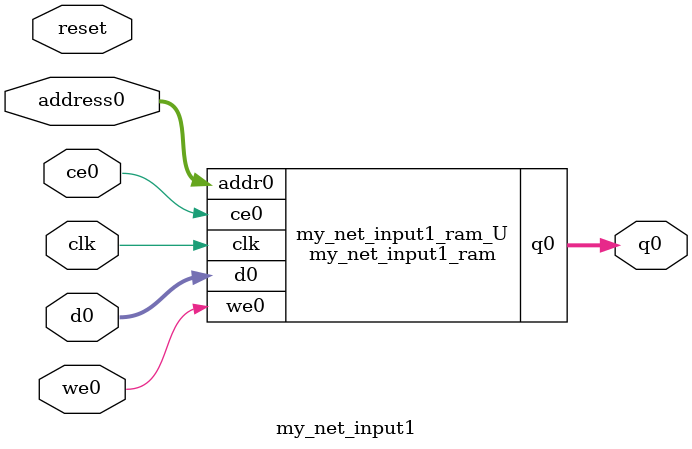
<source format=v>
`timescale 1 ns / 1 ps
module my_net_input1_ram (addr0, ce0, d0, we0, q0,  clk);

parameter DWIDTH = 16;
parameter AWIDTH = 12;
parameter MEM_SIZE = 3072;

input[AWIDTH-1:0] addr0;
input ce0;
input[DWIDTH-1:0] d0;
input we0;
output reg[DWIDTH-1:0] q0;
input clk;

(* ram_style = "block" *)reg [DWIDTH-1:0] ram[0:MEM_SIZE-1];




always @(posedge clk)  
begin 
    if (ce0) 
    begin
        if (we0) 
        begin 
            ram[addr0] <= d0; 
        end 
        q0 <= ram[addr0];
    end
end


endmodule

`timescale 1 ns / 1 ps
module my_net_input1(
    reset,
    clk,
    address0,
    ce0,
    we0,
    d0,
    q0);

parameter DataWidth = 32'd16;
parameter AddressRange = 32'd3072;
parameter AddressWidth = 32'd12;
input reset;
input clk;
input[AddressWidth - 1:0] address0;
input ce0;
input we0;
input[DataWidth - 1:0] d0;
output[DataWidth - 1:0] q0;



my_net_input1_ram my_net_input1_ram_U(
    .clk( clk ),
    .addr0( address0 ),
    .ce0( ce0 ),
    .we0( we0 ),
    .d0( d0 ),
    .q0( q0 ));

endmodule


</source>
